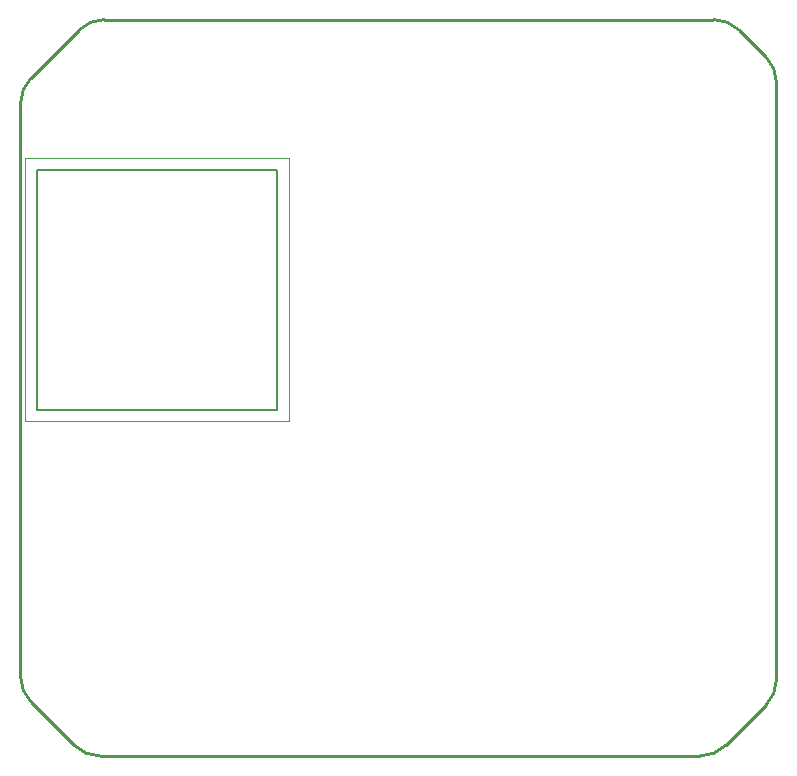
<source format=gm1>
G04 Layer_Color=16711935*
%FSLAX25Y25*%
%MOIN*%
G70*
G01*
G75*
%ADD11C,0.01000*%
%ADD12C,0.00787*%
%ADD13C,0.00394*%
D11*
X250465Y18965D02*
G03*
X254000Y27500I-8535J8535D01*
G01*
X228500Y2000D02*
G03*
X237035Y5536I0J12071D01*
G01*
X19964D02*
G03*
X28500Y2000I8535J8535D01*
G01*
X2000Y28500D02*
G03*
X5536Y19964I12071J0D01*
G01*
Y228035D02*
G03*
X2000Y219500I8535J-8535D01*
G01*
X30000Y247500D02*
G03*
X21464Y243965I0J-12071D01*
G01*
X241535D02*
G03*
X233000Y247500I-8535J-8535D01*
G01*
X254000Y226500D02*
G03*
X250465Y235035I-12071J0D01*
G01*
X254000Y27500D02*
Y121500D01*
X237035Y5536D02*
X250465Y18965D01*
X28500Y2000D02*
X228500D01*
X5536Y19964D02*
X19964Y5536D01*
X2000Y28500D02*
Y219500D01*
X5536Y228035D02*
X21464Y243965D01*
X30000Y247500D02*
X233000D01*
X241535Y243965D02*
X250465Y235035D01*
X254000Y120500D02*
Y226500D01*
X250465Y18965D02*
G03*
X254000Y27500I-8535J8535D01*
G01*
X228500Y2000D02*
G03*
X237035Y5536I0J12071D01*
G01*
X19964D02*
G03*
X28500Y2000I8535J8535D01*
G01*
X2000Y28500D02*
G03*
X5536Y19964I12071J0D01*
G01*
Y228035D02*
G03*
X2000Y219500I8535J-8535D01*
G01*
X30000Y247500D02*
G03*
X21464Y243965I0J-12071D01*
G01*
X241535D02*
G03*
X233000Y247500I-8535J-8535D01*
G01*
X254000Y226500D02*
G03*
X250465Y235035I-12071J0D01*
G01*
X254000Y27500D02*
Y121500D01*
X237035Y5536D02*
X250465Y18965D01*
X28500Y2000D02*
X228500D01*
X5536Y19964D02*
X19964Y5536D01*
X2000Y28500D02*
Y219500D01*
X5536Y228035D02*
X21464Y243965D01*
X30000Y247500D02*
X233000D01*
X241535Y243965D02*
X250465Y235035D01*
X254000Y120500D02*
Y226500D01*
D12*
X7500Y117500D02*
Y197500D01*
X87500D01*
Y117500D02*
Y197500D01*
X7500Y117500D02*
X87500D01*
D13*
X3563Y113563D02*
Y201437D01*
X91437D01*
Y113563D02*
Y201437D01*
X3563Y113563D02*
X91437D01*
M02*

</source>
